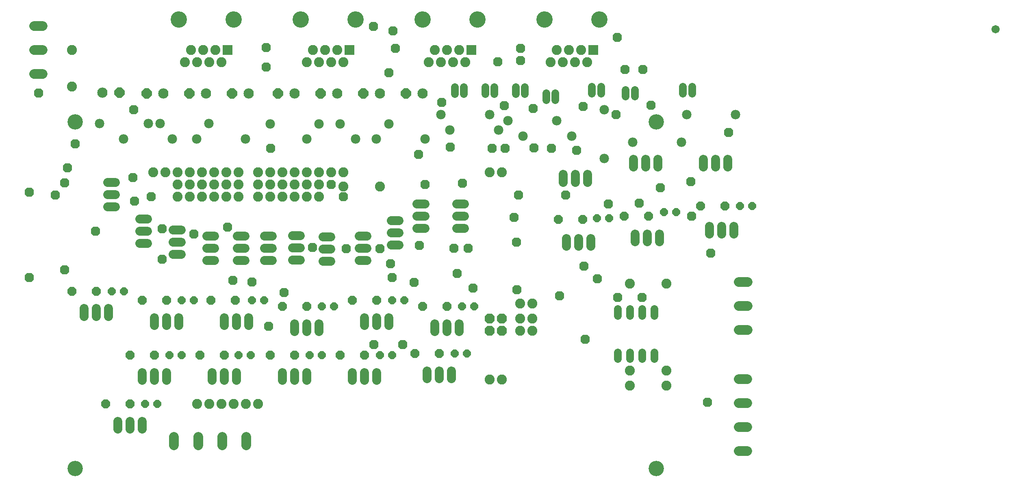
<source format=gbs>
G75*
%MOIN*%
%OFA0B0*%
%FSLAX25Y25*%
%IPPOS*%
%LPD*%
%AMOC8*
5,1,8,0,0,1.08239X$1,22.5*
%
%ADD10C,0.12611*%
%ADD11C,0.06706*%
%ADD12C,0.08200*%
%ADD13R,0.08200X0.08200*%
%ADD14C,0.13398*%
%ADD15OC8,0.08200*%
%ADD16C,0.08400*%
%ADD17OC8,0.08400*%
%ADD18C,0.06400*%
%ADD19OC8,0.07100*%
%ADD20OC8,0.06400*%
%ADD21C,0.07800*%
%ADD22C,0.07200*%
%ADD23C,0.07900*%
%ADD24OC8,0.07556*%
D10*
X0177044Y0125970D03*
X0177044Y0410616D03*
X0653816Y0410616D03*
X0653816Y0125970D03*
D11*
X0931965Y0486600D03*
D12*
X0661965Y0277850D03*
X0631965Y0277850D03*
X0551965Y0261600D03*
X0541965Y0261600D03*
X0541965Y0249100D03*
X0551965Y0249100D03*
X0551965Y0239100D03*
X0541965Y0239100D03*
X0526965Y0199100D03*
X0516965Y0199100D03*
X0631965Y0194100D03*
X0631965Y0206600D03*
X0661965Y0206600D03*
X0661965Y0194100D03*
X0426965Y0357570D03*
X0396965Y0357570D03*
X0396965Y0369100D03*
X0386965Y0369100D03*
X0376965Y0369100D03*
X0366965Y0369100D03*
X0356965Y0369100D03*
X0346965Y0369100D03*
X0346965Y0359100D03*
X0356965Y0359100D03*
X0366965Y0359100D03*
X0376965Y0359100D03*
X0376965Y0349100D03*
X0366965Y0349100D03*
X0356965Y0349100D03*
X0346965Y0349100D03*
X0336965Y0349100D03*
X0326965Y0349100D03*
X0310965Y0349100D03*
X0300965Y0349100D03*
X0290965Y0349100D03*
X0280965Y0349100D03*
X0270965Y0349100D03*
X0260965Y0349100D03*
X0260965Y0359100D03*
X0260965Y0369100D03*
X0250965Y0369100D03*
X0240965Y0369100D03*
X0270965Y0369100D03*
X0270965Y0359100D03*
X0280965Y0359100D03*
X0280965Y0369100D03*
X0290965Y0369100D03*
X0290965Y0359100D03*
X0300965Y0359100D03*
X0300965Y0369100D03*
X0310965Y0369100D03*
X0310965Y0359100D03*
X0326965Y0359100D03*
X0326965Y0369100D03*
X0336965Y0369100D03*
X0336965Y0359100D03*
X0366965Y0459395D03*
X0376965Y0459395D03*
X0386965Y0459395D03*
X0396965Y0459395D03*
X0391965Y0469395D03*
X0381965Y0469395D03*
X0371965Y0469395D03*
X0296965Y0459395D03*
X0286965Y0459395D03*
X0276965Y0459395D03*
X0266965Y0459395D03*
X0271965Y0469395D03*
X0281965Y0469395D03*
X0291965Y0469395D03*
X0174465Y0469395D03*
X0174465Y0439395D03*
X0466965Y0459395D03*
X0476965Y0459395D03*
X0486965Y0459395D03*
X0481965Y0469395D03*
X0471965Y0469395D03*
X0491965Y0469395D03*
X0496965Y0459395D03*
X0566965Y0459395D03*
X0576965Y0459395D03*
X0586965Y0459395D03*
X0596965Y0459395D03*
X0591965Y0469395D03*
X0581965Y0469395D03*
X0571965Y0469395D03*
X0526965Y0369100D03*
X0516965Y0369100D03*
X0326965Y0179100D03*
X0316965Y0179100D03*
X0306965Y0179100D03*
X0296965Y0179100D03*
X0286965Y0179100D03*
X0276965Y0179100D03*
D13*
X0301965Y0469395D03*
X0401965Y0469395D03*
X0501965Y0469395D03*
X0601965Y0469395D03*
D14*
X0606965Y0494395D03*
X0561965Y0494395D03*
X0506965Y0494395D03*
X0461965Y0494395D03*
X0406965Y0494395D03*
X0361965Y0494395D03*
X0306965Y0494395D03*
X0261965Y0494395D03*
D15*
X0516965Y0249100D03*
X0526965Y0249100D03*
X0526965Y0239100D03*
X0516965Y0239100D03*
D16*
X0461965Y0433805D03*
X0426965Y0433805D03*
X0391965Y0433805D03*
X0356965Y0433805D03*
X0319465Y0433805D03*
X0284465Y0433805D03*
X0249465Y0433805D03*
X0199465Y0434395D03*
D17*
X0213215Y0434395D03*
X0235715Y0433805D03*
X0270715Y0433805D03*
X0305715Y0433805D03*
X0343215Y0433805D03*
X0378215Y0433805D03*
X0413215Y0433805D03*
X0448215Y0433805D03*
D18*
X0488215Y0433505D02*
X0488215Y0439105D01*
X0495715Y0439105D02*
X0495715Y0433505D01*
X0513215Y0433505D02*
X0513215Y0439105D01*
X0520715Y0439105D02*
X0520715Y0433505D01*
X0538215Y0433505D02*
X0538215Y0439105D01*
X0545715Y0439105D02*
X0545715Y0433505D01*
X0563215Y0434105D02*
X0563215Y0428505D01*
X0570715Y0428505D02*
X0570715Y0434105D01*
X0600715Y0433800D02*
X0600715Y0439400D01*
X0608215Y0439400D02*
X0608215Y0433800D01*
X0628510Y0431300D02*
X0628510Y0436900D01*
X0636010Y0436900D02*
X0636010Y0431300D01*
X0675420Y0433800D02*
X0675420Y0439400D01*
X0682920Y0439400D02*
X0682920Y0433800D01*
X0651965Y0257200D02*
X0651965Y0251600D01*
X0641965Y0251600D02*
X0641965Y0257200D01*
X0631965Y0257200D02*
X0631965Y0251600D01*
X0621965Y0251600D02*
X0621965Y0257200D01*
X0621965Y0221600D02*
X0621965Y0216000D01*
X0631965Y0216000D02*
X0631965Y0221600D01*
X0641965Y0221600D02*
X0641965Y0216000D01*
X0651965Y0216000D02*
X0651965Y0221600D01*
D19*
X0647497Y0333225D03*
X0627497Y0333225D03*
X0593215Y0330350D03*
X0573215Y0330350D03*
X0481965Y0259100D03*
X0461965Y0259100D03*
X0424465Y0264100D03*
X0404465Y0264100D03*
X0366965Y0259100D03*
X0346965Y0259100D03*
X0308215Y0264100D03*
X0288215Y0264100D03*
X0251965Y0264100D03*
X0231965Y0264100D03*
X0194465Y0271600D03*
X0174465Y0271600D03*
X0221965Y0219100D03*
X0241965Y0219100D03*
X0279465Y0219100D03*
X0299465Y0219100D03*
X0336965Y0219100D03*
X0356965Y0219100D03*
X0394465Y0219100D03*
X0414465Y0219100D03*
X0455715Y0220350D03*
X0475715Y0220350D03*
X0689997Y0341600D03*
X0709997Y0341600D03*
X0221965Y0179100D03*
X0201965Y0179100D03*
D20*
X0234465Y0179100D03*
X0244465Y0179100D03*
X0254465Y0219100D03*
X0264465Y0219100D03*
X0311010Y0219100D03*
X0321010Y0219100D03*
X0369465Y0219100D03*
X0379465Y0219100D03*
X0426965Y0219100D03*
X0436965Y0219100D03*
X0488215Y0220350D03*
X0498215Y0220350D03*
X0494465Y0259100D03*
X0504465Y0259100D03*
X0446965Y0264100D03*
X0436965Y0264100D03*
X0389465Y0259100D03*
X0379465Y0259100D03*
X0331965Y0264100D03*
X0321965Y0264100D03*
X0274465Y0264100D03*
X0264465Y0264100D03*
X0216965Y0271600D03*
X0206965Y0271600D03*
X0604997Y0331600D03*
X0614997Y0331600D03*
X0659997Y0336600D03*
X0669997Y0336600D03*
X0722497Y0341600D03*
X0732497Y0341600D03*
D21*
X0674465Y0393805D03*
X0678776Y0416600D03*
X0718776Y0416600D03*
X0634465Y0393805D03*
X0611010Y0380350D03*
X0584465Y0398805D03*
X0571965Y0411305D03*
X0544465Y0398805D03*
X0531965Y0411305D03*
X0524465Y0403805D03*
X0516965Y0416305D03*
X0484465Y0403805D03*
X0476965Y0416305D03*
X0464170Y0396600D03*
X0434465Y0408805D03*
X0424170Y0396600D03*
X0406965Y0396305D03*
X0394465Y0408805D03*
X0376965Y0408805D03*
X0366965Y0396305D03*
X0336965Y0408805D03*
X0316670Y0396600D03*
X0286670Y0409100D03*
X0276670Y0396600D03*
X0256670Y0396600D03*
X0246670Y0409100D03*
X0236965Y0409100D03*
X0216670Y0396600D03*
X0196965Y0409100D03*
X0611010Y0420350D03*
D22*
X0634997Y0379800D02*
X0634997Y0373400D01*
X0644997Y0373400D02*
X0644997Y0379800D01*
X0654997Y0379800D02*
X0654997Y0373400D01*
X0692497Y0373400D02*
X0692497Y0379800D01*
X0702497Y0379800D02*
X0702497Y0373400D01*
X0712497Y0373400D02*
X0712497Y0379800D01*
X0717497Y0324800D02*
X0717497Y0318400D01*
X0707497Y0318400D02*
X0707497Y0324800D01*
X0697497Y0324800D02*
X0697497Y0318400D01*
X0656247Y0318550D02*
X0656247Y0312150D01*
X0646247Y0312150D02*
X0646247Y0318550D01*
X0636247Y0318550D02*
X0636247Y0312150D01*
X0599997Y0314800D02*
X0599997Y0308400D01*
X0589997Y0308400D02*
X0589997Y0314800D01*
X0579997Y0314800D02*
X0579997Y0308400D01*
X0577497Y0360900D02*
X0577497Y0367300D01*
X0587497Y0367300D02*
X0587497Y0360900D01*
X0597497Y0360900D02*
X0597497Y0367300D01*
X0496415Y0343145D02*
X0490015Y0343145D01*
X0490015Y0333145D02*
X0496415Y0333145D01*
X0496415Y0323145D02*
X0490015Y0323145D01*
X0463915Y0323145D02*
X0457515Y0323145D01*
X0457515Y0333145D02*
X0463915Y0333145D01*
X0463915Y0343145D02*
X0457515Y0343145D01*
X0442665Y0329395D02*
X0436265Y0329395D01*
X0436265Y0319395D02*
X0442665Y0319395D01*
X0442665Y0309395D02*
X0436265Y0309395D01*
X0416415Y0306895D02*
X0410015Y0306895D01*
X0410015Y0296895D02*
X0416415Y0296895D01*
X0416415Y0316895D02*
X0410015Y0316895D01*
X0386815Y0316100D02*
X0380415Y0316100D01*
X0380415Y0306100D02*
X0386815Y0306100D01*
X0386815Y0296100D02*
X0380415Y0296100D01*
X0361715Y0297195D02*
X0355315Y0297195D01*
X0355315Y0307195D02*
X0361715Y0307195D01*
X0361715Y0317195D02*
X0355315Y0317195D01*
X0338715Y0316895D02*
X0332315Y0316895D01*
X0332315Y0306895D02*
X0338715Y0306895D01*
X0338715Y0296895D02*
X0332315Y0296895D01*
X0316415Y0296895D02*
X0310015Y0296895D01*
X0310015Y0306895D02*
X0316415Y0306895D01*
X0316415Y0316895D02*
X0310015Y0316895D01*
X0291415Y0316895D02*
X0285015Y0316895D01*
X0285015Y0306895D02*
X0291415Y0306895D01*
X0291415Y0296895D02*
X0285015Y0296895D01*
X0263915Y0301895D02*
X0257515Y0301895D01*
X0257515Y0311895D02*
X0263915Y0311895D01*
X0263915Y0321895D02*
X0257515Y0321895D01*
X0236415Y0320645D02*
X0230015Y0320645D01*
X0230015Y0310645D02*
X0236415Y0310645D01*
X0236415Y0330645D02*
X0230015Y0330645D01*
X0210165Y0340645D02*
X0203765Y0340645D01*
X0203765Y0350645D02*
X0210165Y0350645D01*
X0210165Y0360645D02*
X0203765Y0360645D01*
X0204465Y0257300D02*
X0204465Y0250900D01*
X0194465Y0250900D02*
X0194465Y0257300D01*
X0184465Y0257300D02*
X0184465Y0250900D01*
X0241965Y0249800D02*
X0241965Y0243400D01*
X0251965Y0243400D02*
X0251965Y0249800D01*
X0261965Y0249800D02*
X0261965Y0243400D01*
X0299465Y0243400D02*
X0299465Y0249800D01*
X0309465Y0249800D02*
X0309465Y0243400D01*
X0319465Y0243400D02*
X0319465Y0249800D01*
X0356965Y0244800D02*
X0356965Y0238400D01*
X0366965Y0238400D02*
X0366965Y0244800D01*
X0376965Y0244800D02*
X0376965Y0238400D01*
X0414465Y0243400D02*
X0414465Y0249800D01*
X0424465Y0249800D02*
X0424465Y0243400D01*
X0434465Y0243400D02*
X0434465Y0249800D01*
X0471965Y0244800D02*
X0471965Y0238400D01*
X0481965Y0238400D02*
X0481965Y0244800D01*
X0491965Y0244800D02*
X0491965Y0238400D01*
X0485715Y0206050D02*
X0485715Y0199650D01*
X0475715Y0199650D02*
X0475715Y0206050D01*
X0465715Y0206050D02*
X0465715Y0199650D01*
X0424465Y0198400D02*
X0424465Y0204800D01*
X0414465Y0204800D02*
X0414465Y0198400D01*
X0404465Y0198400D02*
X0404465Y0204800D01*
X0366965Y0204800D02*
X0366965Y0198400D01*
X0356965Y0198400D02*
X0356965Y0204800D01*
X0346965Y0204800D02*
X0346965Y0198400D01*
X0309465Y0198400D02*
X0309465Y0204800D01*
X0299465Y0204800D02*
X0299465Y0198400D01*
X0289465Y0198400D02*
X0289465Y0204800D01*
X0251965Y0204800D02*
X0251965Y0198400D01*
X0241965Y0198400D02*
X0241965Y0204800D01*
X0231965Y0204800D02*
X0231965Y0198400D01*
X0231965Y0164800D02*
X0231965Y0158400D01*
X0221965Y0158400D02*
X0221965Y0164800D01*
X0211965Y0164800D02*
X0211965Y0158400D01*
D23*
X0258207Y0152071D02*
X0258207Y0144971D01*
X0277892Y0144971D02*
X0277892Y0152071D01*
X0297577Y0152071D02*
X0297577Y0144971D01*
X0317262Y0144971D02*
X0317262Y0152071D01*
X0721407Y0160183D02*
X0728507Y0160183D01*
X0728507Y0140498D02*
X0721407Y0140498D01*
X0721407Y0179868D02*
X0728507Y0179868D01*
X0728507Y0199553D02*
X0721407Y0199553D01*
X0721486Y0239710D02*
X0728586Y0239710D01*
X0728586Y0259395D02*
X0721486Y0259395D01*
X0721486Y0279080D02*
X0728586Y0279080D01*
X0150436Y0449710D02*
X0143336Y0449710D01*
X0143336Y0469395D02*
X0150436Y0469395D01*
X0150436Y0489080D02*
X0143336Y0489080D01*
D24*
X0146965Y0434100D03*
X0176915Y0392350D03*
X0170715Y0372850D03*
X0168215Y0360350D03*
X0160715Y0350350D03*
X0139465Y0352850D03*
X0193815Y0320800D03*
X0225715Y0345350D03*
X0239465Y0349100D03*
X0224465Y0364725D03*
X0248215Y0322850D03*
X0274265Y0318600D03*
X0302165Y0324000D03*
X0248215Y0297850D03*
X0306340Y0280350D03*
X0321965Y0279100D03*
X0348215Y0270350D03*
X0335715Y0242850D03*
X0371715Y0307300D03*
X0399265Y0306450D03*
X0426965Y0306600D03*
X0435715Y0294100D03*
X0436965Y0282850D03*
X0455165Y0278850D03*
X0490265Y0286250D03*
X0503215Y0274100D03*
X0539465Y0272850D03*
X0574465Y0267850D03*
X0605265Y0281800D03*
X0594465Y0292225D03*
X0621965Y0266600D03*
X0641965Y0266600D03*
X0595265Y0232200D03*
X0695715Y0180350D03*
X0698215Y0302850D03*
X0682865Y0333000D03*
X0656965Y0356600D03*
X0639665Y0343800D03*
X0614465Y0343200D03*
X0579465Y0350350D03*
X0540665Y0350600D03*
X0537065Y0332100D03*
X0539065Y0311800D03*
X0499265Y0306900D03*
X0487715Y0306900D03*
X0459465Y0309100D03*
X0396965Y0349100D03*
X0386965Y0359100D03*
X0337265Y0388800D03*
X0333665Y0455400D03*
X0333665Y0471400D03*
X0421865Y0488700D03*
X0437865Y0485100D03*
X0439865Y0470700D03*
X0434465Y0450900D03*
X0477665Y0426600D03*
X0523565Y0459900D03*
X0542465Y0460800D03*
X0542465Y0470700D03*
X0528965Y0423900D03*
X0552590Y0421600D03*
X0593765Y0423000D03*
X0620715Y0416600D03*
X0649465Y0424100D03*
X0642865Y0453600D03*
X0627965Y0453600D03*
X0621665Y0479700D03*
X0712965Y0401800D03*
X0681965Y0361600D03*
X0588365Y0387000D03*
X0567665Y0388800D03*
X0553215Y0389100D03*
X0529865Y0388800D03*
X0519065Y0388800D03*
X0484865Y0389700D03*
X0458765Y0383900D03*
X0464165Y0359100D03*
X0494765Y0360000D03*
X0445715Y0227850D03*
X0421965Y0227850D03*
X0168215Y0289100D03*
X0139465Y0282850D03*
X0225015Y0420400D03*
M02*

</source>
